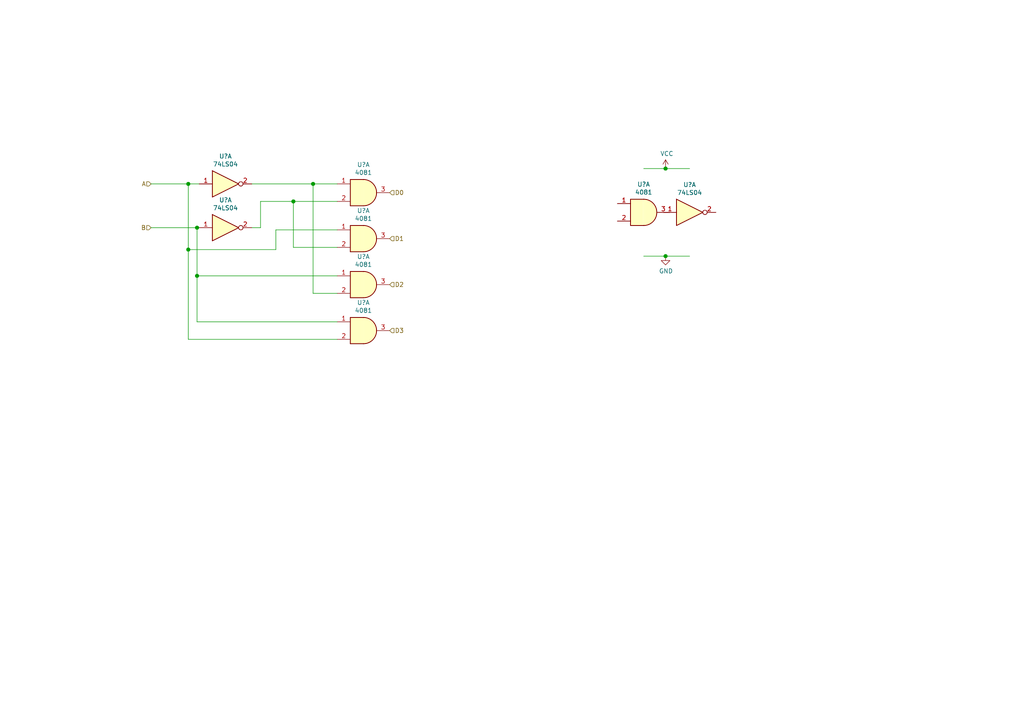
<source format=kicad_sch>
(kicad_sch (version 20210126) (generator eeschema)
  (paper "A4")
  (lib_symbols
    (symbol "4xxx:4081" (pin_names (offset 1.016))
      (property "Reference" "U" (at 0 1.27 0))
      (property "Value" "4081" (at 0 -1.27 0))
      (symbol "4081_1_1"
        (arc (start 0 -3.81) (end 0 3.81) (radius (at 0 0) (length 3.81) (angles -89.9 89.9)) (stroke (width 0.254)) (fill (type background)))
        (polyline (pts (xy 0 3.81) (xy -3.81 3.81) (xy -3.81 -3.81) (xy 0 -3.81)) (stroke (width 0.254)) (fill (type background)))
        (pin input line (at -7.62 2.54 0) (length 3.81) (name "~") (number "1"))
        (pin input line (at -7.62 -2.54 0) (length 3.81) (name "~") (number "2"))
        (pin output line (at 7.62 0 180) (length 3.81) (name "~") (number "3"))
      )
      (symbol "4081_1_2"
        (arc (start -3.81 3.81) (end -3.81 -3.81) (radius (at -9.144 0) (length 6.5532) (angles 35.4 -35.4)) (stroke (width 0.254)))
        (arc (start 3.81 0) (end -0.6096 3.81) (radius (at -1.1938 -1.3208) (length 5.1816) (angles 15 83.7)) (stroke (width 0.254)) (fill (type background)))
        (arc (start 3.81 0) (end -0.6096 -3.81) (radius (at -1.1938 1.3208) (length 5.1816) (angles -15 -83.7)) (stroke (width 0.254)) (fill (type background)))
        (polyline (pts (xy -3.81 -3.81) (xy -0.635 -3.81)) (stroke (width 0.254)) (fill (type background)))
        (polyline (pts (xy -3.81 3.81) (xy -0.635 3.81)) (stroke (width 0.254)) (fill (type background)))
        (polyline (pts (xy -0.635 3.81) (xy -3.81 3.81) (xy -3.81 3.81) (xy -3.556 3.4036) (xy -3.0226 2.2606) (xy -2.6924 1.0414) (xy -2.6162 -0.254) (xy -2.7686 -1.4986) (xy -3.175 -2.7178) (xy -3.81 -3.81) (xy -3.81 -3.81) (xy -0.635 -3.81)) (stroke (width -25.4)) (fill (type background)))
        (pin input inverted (at -7.62 2.54 0) (length 4.318) (name "~") (number "1"))
        (pin input inverted (at -7.62 -2.54 0) (length 4.318) (name "~") (number "2"))
        (pin output inverted (at 7.62 0 180) (length 3.81) (name "~") (number "3"))
      )
      (symbol "4081_2_1"
        (arc (start 0 -3.81) (end 0 3.81) (radius (at 0 0) (length 3.81) (angles -89.9 89.9)) (stroke (width 0.254)) (fill (type background)))
        (polyline (pts (xy 0 3.81) (xy -3.81 3.81) (xy -3.81 -3.81) (xy 0 -3.81)) (stroke (width 0.254)) (fill (type background)))
        (pin output line (at 7.62 0 180) (length 3.81) (name "~") (number "4"))
        (pin input line (at -7.62 2.54 0) (length 3.81) (name "~") (number "5"))
        (pin input line (at -7.62 -2.54 0) (length 3.81) (name "~") (number "6"))
      )
      (symbol "4081_2_2"
        (arc (start -3.81 3.81) (end -3.81 -3.81) (radius (at -9.144 0) (length 6.5532) (angles 35.4 -35.4)) (stroke (width 0.254)))
        (arc (start 3.81 0) (end -0.6096 3.81) (radius (at -1.1938 -1.3208) (length 5.1816) (angles 15 83.7)) (stroke (width 0.254)) (fill (type background)))
        (arc (start 3.81 0) (end -0.6096 -3.81) (radius (at -1.1938 1.3208) (length 5.1816) (angles -15 -83.7)) (stroke (width 0.254)) (fill (type background)))
        (polyline (pts (xy -3.81 -3.81) (xy -0.635 -3.81)) (stroke (width 0.254)) (fill (type background)))
        (polyline (pts (xy -3.81 3.81) (xy -0.635 3.81)) (stroke (width 0.254)) (fill (type background)))
        (polyline (pts (xy -0.635 3.81) (xy -3.81 3.81) (xy -3.81 3.81) (xy -3.556 3.4036) (xy -3.0226 2.2606) (xy -2.6924 1.0414) (xy -2.6162 -0.254) (xy -2.7686 -1.4986) (xy -3.175 -2.7178) (xy -3.81 -3.81) (xy -3.81 -3.81) (xy -0.635 -3.81)) (stroke (width -25.4)) (fill (type background)))
        (pin output inverted (at 7.62 0 180) (length 3.81) (name "~") (number "4"))
        (pin input inverted (at -7.62 2.54 0) (length 4.318) (name "~") (number "5"))
        (pin input inverted (at -7.62 -2.54 0) (length 4.318) (name "~") (number "6"))
      )
      (symbol "4081_3_1"
        (arc (start 0 -3.81) (end 0 3.81) (radius (at 0 0) (length 3.81) (angles -89.9 89.9)) (stroke (width 0.254)) (fill (type background)))
        (polyline (pts (xy 0 3.81) (xy -3.81 3.81) (xy -3.81 -3.81) (xy 0 -3.81)) (stroke (width 0.254)) (fill (type background)))
        (pin output line (at 7.62 0 180) (length 3.81) (name "~") (number "10"))
        (pin input line (at -7.62 2.54 0) (length 3.81) (name "~") (number "8"))
        (pin input line (at -7.62 -2.54 0) (length 3.81) (name "~") (number "9"))
      )
      (symbol "4081_3_2"
        (arc (start -3.81 3.81) (end -3.81 -3.81) (radius (at -9.144 0) (length 6.5532) (angles 35.4 -35.4)) (stroke (width 0.254)))
        (arc (start 3.81 0) (end -0.6096 3.81) (radius (at -1.1938 -1.3208) (length 5.1816) (angles 15 83.7)) (stroke (width 0.254)) (fill (type background)))
        (arc (start 3.81 0) (end -0.6096 -3.81) (radius (at -1.1938 1.3208) (length 5.1816) (angles -15 -83.7)) (stroke (width 0.254)) (fill (type background)))
        (polyline (pts (xy -3.81 -3.81) (xy -0.635 -3.81)) (stroke (width 0.254)) (fill (type background)))
        (polyline (pts (xy -3.81 3.81) (xy -0.635 3.81)) (stroke (width 0.254)) (fill (type background)))
        (polyline (pts (xy -0.635 3.81) (xy -3.81 3.81) (xy -3.81 3.81) (xy -3.556 3.4036) (xy -3.0226 2.2606) (xy -2.6924 1.0414) (xy -2.6162 -0.254) (xy -2.7686 -1.4986) (xy -3.175 -2.7178) (xy -3.81 -3.81) (xy -3.81 -3.81) (xy -0.635 -3.81)) (stroke (width -25.4)) (fill (type background)))
        (pin output inverted (at 7.62 0 180) (length 3.81) (name "~") (number "10"))
        (pin input inverted (at -7.62 2.54 0) (length 4.318) (name "~") (number "8"))
        (pin input inverted (at -7.62 -2.54 0) (length 4.318) (name "~") (number "9"))
      )
      (symbol "4081_4_1"
        (arc (start 0 -3.81) (end 0 3.81) (radius (at 0 0) (length 3.81) (angles -89.9 89.9)) (stroke (width 0.254)) (fill (type background)))
        (polyline (pts (xy 0 3.81) (xy -3.81 3.81) (xy -3.81 -3.81) (xy 0 -3.81)) (stroke (width 0.254)) (fill (type background)))
        (pin output line (at 7.62 0 180) (length 3.81) (name "~") (number "11"))
        (pin input line (at -7.62 2.54 0) (length 3.81) (name "~") (number "12"))
        (pin input line (at -7.62 -2.54 0) (length 3.81) (name "~") (number "13"))
      )
      (symbol "4081_4_2"
        (arc (start -3.81 3.81) (end -3.81 -3.81) (radius (at -9.144 0) (length 6.5532) (angles 35.4 -35.4)) (stroke (width 0.254)))
        (arc (start 3.81 0) (end -0.6096 3.81) (radius (at -1.1938 -1.3208) (length 5.1816) (angles 15 83.7)) (stroke (width 0.254)) (fill (type background)))
        (arc (start 3.81 0) (end -0.6096 -3.81) (radius (at -1.1938 1.3208) (length 5.1816) (angles -15 -83.7)) (stroke (width 0.254)) (fill (type background)))
        (polyline (pts (xy -3.81 -3.81) (xy -0.635 -3.81)) (stroke (width 0.254)) (fill (type background)))
        (polyline (pts (xy -3.81 3.81) (xy -0.635 3.81)) (stroke (width 0.254)) (fill (type background)))
        (polyline (pts (xy -0.635 3.81) (xy -3.81 3.81) (xy -3.81 3.81) (xy -3.556 3.4036) (xy -3.0226 2.2606) (xy -2.6924 1.0414) (xy -2.6162 -0.254) (xy -2.7686 -1.4986) (xy -3.175 -2.7178) (xy -3.81 -3.81) (xy -3.81 -3.81) (xy -0.635 -3.81)) (stroke (width -25.4)) (fill (type background)))
        (pin output inverted (at 7.62 0 180) (length 3.81) (name "~") (number "11"))
        (pin input inverted (at -7.62 2.54 0) (length 4.318) (name "~") (number "12"))
        (pin input inverted (at -7.62 -2.54 0) (length 4.318) (name "~") (number "13"))
      )
      (symbol "4081_5_0"
        (pin power_in line (at 0 12.7 270) (length 5.08) (name "VDD") (number "14"))
        (pin power_in line (at 0 -12.7 90) (length 5.08) (name "VSS") (number "7"))
      )
      (symbol "4081_5_1"
        (rectangle (start -5.08 7.62) (end 5.08 -7.62) (stroke (width 0.254)) (fill (type background)))
      )
    )
    (symbol "74xx:74LS04"
      (property "Reference" "U" (at 0 1.27 0))
      (property "Value" "74LS04" (at 0 -1.27 0))
      (symbol "74LS04_1_0"
        (polyline (pts (xy -3.81 3.81) (xy -3.81 -3.81) (xy 3.81 0) (xy -3.81 3.81)) (stroke (width 0.254)) (fill (type background)))
        (pin input line (at -7.62 0 0) (length 3.81) (name "~") (number "1"))
        (pin output inverted (at 7.62 0 180) (length 3.81) (name "~") (number "2"))
      )
      (symbol "74LS04_2_0"
        (polyline (pts (xy -3.81 3.81) (xy -3.81 -3.81) (xy 3.81 0) (xy -3.81 3.81)) (stroke (width 0.254)) (fill (type background)))
        (pin input line (at -7.62 0 0) (length 3.81) (name "~") (number "3"))
        (pin output inverted (at 7.62 0 180) (length 3.81) (name "~") (number "4"))
      )
      (symbol "74LS04_3_0"
        (polyline (pts (xy -3.81 3.81) (xy -3.81 -3.81) (xy 3.81 0) (xy -3.81 3.81)) (stroke (width 0.254)) (fill (type background)))
        (pin input line (at -7.62 0 0) (length 3.81) (name "~") (number "5"))
        (pin output inverted (at 7.62 0 180) (length 3.81) (name "~") (number "6"))
      )
      (symbol "74LS04_4_0"
        (polyline (pts (xy -3.81 3.81) (xy -3.81 -3.81) (xy 3.81 0) (xy -3.81 3.81)) (stroke (width 0.254)) (fill (type background)))
        (pin output inverted (at 7.62 0 180) (length 3.81) (name "~") (number "8"))
        (pin input line (at -7.62 0 0) (length 3.81) (name "~") (number "9"))
      )
      (symbol "74LS04_5_0"
        (polyline (pts (xy -3.81 3.81) (xy -3.81 -3.81) (xy 3.81 0) (xy -3.81 3.81)) (stroke (width 0.254)) (fill (type background)))
        (pin output inverted (at 7.62 0 180) (length 3.81) (name "~") (number "10"))
        (pin input line (at -7.62 0 0) (length 3.81) (name "~") (number "11"))
      )
      (symbol "74LS04_6_0"
        (polyline (pts (xy -3.81 3.81) (xy -3.81 -3.81) (xy 3.81 0) (xy -3.81 3.81)) (stroke (width 0.254)) (fill (type background)))
        (pin output inverted (at 7.62 0 180) (length 3.81) (name "~") (number "12"))
        (pin input line (at -7.62 0 0) (length 3.81) (name "~") (number "13"))
      )
      (symbol "74LS04_7_0"
        (pin power_in line (at 0 12.7 270) (length 5.08) (name "VCC") (number "14"))
        (pin power_in line (at 0 -12.7 90) (length 5.08) (name "GND") (number "7"))
      )
      (symbol "74LS04_7_1"
        (rectangle (start -5.08 7.62) (end 5.08 -7.62) (stroke (width 0.254)) (fill (type background)))
      )
    )
    (symbol "power:GND" (power) (pin_names (offset 0))
      (property "Value" "GND" (at 0 -3.81 0))
      (symbol "GND_0_1"
        (polyline (pts (xy 0 0) (xy 0 -1.27) (xy 1.27 -1.27) (xy 0 -2.54) (xy -1.27 -1.27) (xy 0 -1.27)))
      )
      (symbol "GND_1_1"
        (pin power_in line (at 0 0 270) (length 0) hide (name "GND") (number "1"))
      )
    )
    (symbol "power:VCC" (power) (pin_names (offset 0))
      (property "Value" "VCC" (at 0 3.81 0))
      (symbol "VCC_0_1"
        (polyline (pts (xy -0.762 1.27) (xy 0 2.54)))
        (polyline (pts (xy 0 0) (xy 0 2.54)))
        (polyline (pts (xy 0 2.54) (xy 0.762 1.27)))
      )
      (symbol "VCC_1_1"
        (pin power_in line (at 0 0 90) (length 0) hide (name "VCC") (number "1"))
      )
    )
  )
  (junction (at 54.61 53.34) (diameter 1.016))
  (junction (at 54.61 72.39) (diameter 1.016))
  (junction (at 57.15 66.04) (diameter 1.016))
  (junction (at 57.15 80.01) (diameter 1.016))
  (junction (at 85.09 58.42) (diameter 1.016))
  (junction (at 90.805 53.34) (diameter 1.016))
  (junction (at 193.04 48.895) (diameter 1.016))
  (junction (at 193.04 74.295) (diameter 1.016))
  (wire (pts (xy 43.815 53.34) (xy 54.61 53.34)))
  (wire (pts (xy 43.815 66.04) (xy 57.15 66.04)))
  (wire (pts (xy 54.61 53.34) (xy 57.785 53.34)))
  (wire (pts (xy 54.61 72.39) (xy 54.61 53.34)))
  (wire (pts (xy 54.61 98.425) (xy 54.61 72.39)))
  (wire (pts (xy 57.15 66.04) (xy 57.15 80.01)))
  (wire (pts (xy 57.15 66.04) (xy 57.785 66.04)))
  (wire (pts (xy 57.15 80.01) (xy 57.15 93.345)))
  (wire (pts (xy 73.025 53.34) (xy 90.805 53.34)))
  (wire (pts (xy 73.025 66.04) (xy 75.565 66.04)))
  (wire (pts (xy 75.565 58.42) (xy 85.09 58.42)))
  (wire (pts (xy 75.565 66.04) (xy 75.565 58.42)))
  (wire (pts (xy 80.01 66.675) (xy 80.01 72.39)))
  (wire (pts (xy 80.01 72.39) (xy 54.61 72.39)))
  (wire (pts (xy 85.09 58.42) (xy 97.79 58.42)))
  (wire (pts (xy 85.09 71.755) (xy 85.09 58.42)))
  (wire (pts (xy 90.805 53.34) (xy 97.79 53.34)))
  (wire (pts (xy 90.805 85.09) (xy 90.805 53.34)))
  (wire (pts (xy 97.79 66.675) (xy 80.01 66.675)))
  (wire (pts (xy 97.79 71.755) (xy 85.09 71.755)))
  (wire (pts (xy 97.79 80.01) (xy 57.15 80.01)))
  (wire (pts (xy 97.79 85.09) (xy 90.805 85.09)))
  (wire (pts (xy 97.79 93.345) (xy 57.15 93.345)))
  (wire (pts (xy 97.79 98.425) (xy 54.61 98.425)))
  (wire (pts (xy 186.69 48.895) (xy 193.04 48.895)))
  (wire (pts (xy 186.69 74.295) (xy 193.04 74.295)))
  (wire (pts (xy 193.04 48.895) (xy 200.025 48.895)))
  (wire (pts (xy 193.04 74.295) (xy 200.025 74.295)))
  (hierarchical_label "A" (shape input) (at 43.815 53.34 180))
  (hierarchical_label "B" (shape input) (at 43.815 66.04 180))
  (hierarchical_label "D0" (shape input) (at 113.03 55.88 0))
  (hierarchical_label "D1" (shape input) (at 113.03 69.215 0))
  (hierarchical_label "D2" (shape input) (at 113.03 82.55 0))
  (hierarchical_label "D3" (shape input) (at 113.03 95.885 0))
  (symbol (lib_id "power:VCC") (at 193.04 48.895 0)
    (property "Reference" "#PWR?" (effects hide))
    (property "Value" "VCC" (at 193.4083 44.5706 0))
  )
  (symbol (lib_id "power:GND") (at 193.04 74.295 0)
    (property "Reference" "#PWR?" (effects hide))
    (property "Value" "GND" (at 193.1543 78.6194 0))
  )
  (symbol (lib_id "74xx:74LS04") (at 65.405 53.34 0)
    (property "Reference" "U?" (at 65.405 45.3198 0))
    (property "Value" "74LS04" (at 65.405 47.6185 0))
    (property "Datasheet" "http://www.ti.com/lit/gpn/sn74LS04" (effects hide))
  )
  (symbol (lib_id "74xx:74LS04") (at 65.405 66.04 0)
    (property "Reference" "U?" (at 65.405 58.0198 0))
    (property "Value" "74LS04" (at 65.405 60.3185 0))
    (property "Datasheet" "http://www.ti.com/lit/gpn/sn74LS04" (effects hide))
  )
  (symbol (lib_id "4xxx:4081") (at 105.41 55.88 0)
    (property "Reference" "U?" (at 105.41 47.7582 0))
    (property "Value" "4081" (at 105.41 50.0569 0))
    (property "Datasheet" "http://www.intersil.com/content/dam/Intersil/documents/cd40/cd4073bms-81bms-82bms.pdf" (effects hide))
  )
  (symbol (lib_id "4xxx:4081") (at 105.41 69.215 0)
    (property "Reference" "U?" (at 105.41 61.0932 0))
    (property "Value" "4081" (at 105.41 63.3919 0))
    (property "Datasheet" "http://www.intersil.com/content/dam/Intersil/documents/cd40/cd4073bms-81bms-82bms.pdf" (effects hide))
  )
  (symbol (lib_id "4xxx:4081") (at 105.41 82.55 0)
    (property "Reference" "U?" (at 105.41 74.4282 0))
    (property "Value" "4081" (at 105.41 76.7269 0))
    (property "Datasheet" "http://www.intersil.com/content/dam/Intersil/documents/cd40/cd4073bms-81bms-82bms.pdf" (effects hide))
  )
  (symbol (lib_id "4xxx:4081") (at 105.41 95.885 0)
    (property "Reference" "U?" (at 105.41 87.7632 0))
    (property "Value" "4081" (at 105.41 90.0619 0))
    (property "Datasheet" "http://www.intersil.com/content/dam/Intersil/documents/cd40/cd4073bms-81bms-82bms.pdf" (effects hide))
  )
  (symbol (lib_id "4xxx:4081") (at 186.69 61.595 0)
    (property "Reference" "U?" (at 186.69 53.4732 0))
    (property "Value" "4081" (at 186.69 55.7719 0))
    (property "Datasheet" "http://www.intersil.com/content/dam/Intersil/documents/cd40/cd4073bms-81bms-82bms.pdf" (effects hide))
  )
  (symbol (lib_id "74xx:74LS04") (at 200.025 61.595 0)
    (property "Reference" "U?" (at 200.025 53.5748 0))
    (property "Value" "74LS04" (at 200.025 55.8735 0))
    (property "Datasheet" "http://www.ti.com/lit/gpn/sn74LS04" (effects hide))
  )
)
</source>
